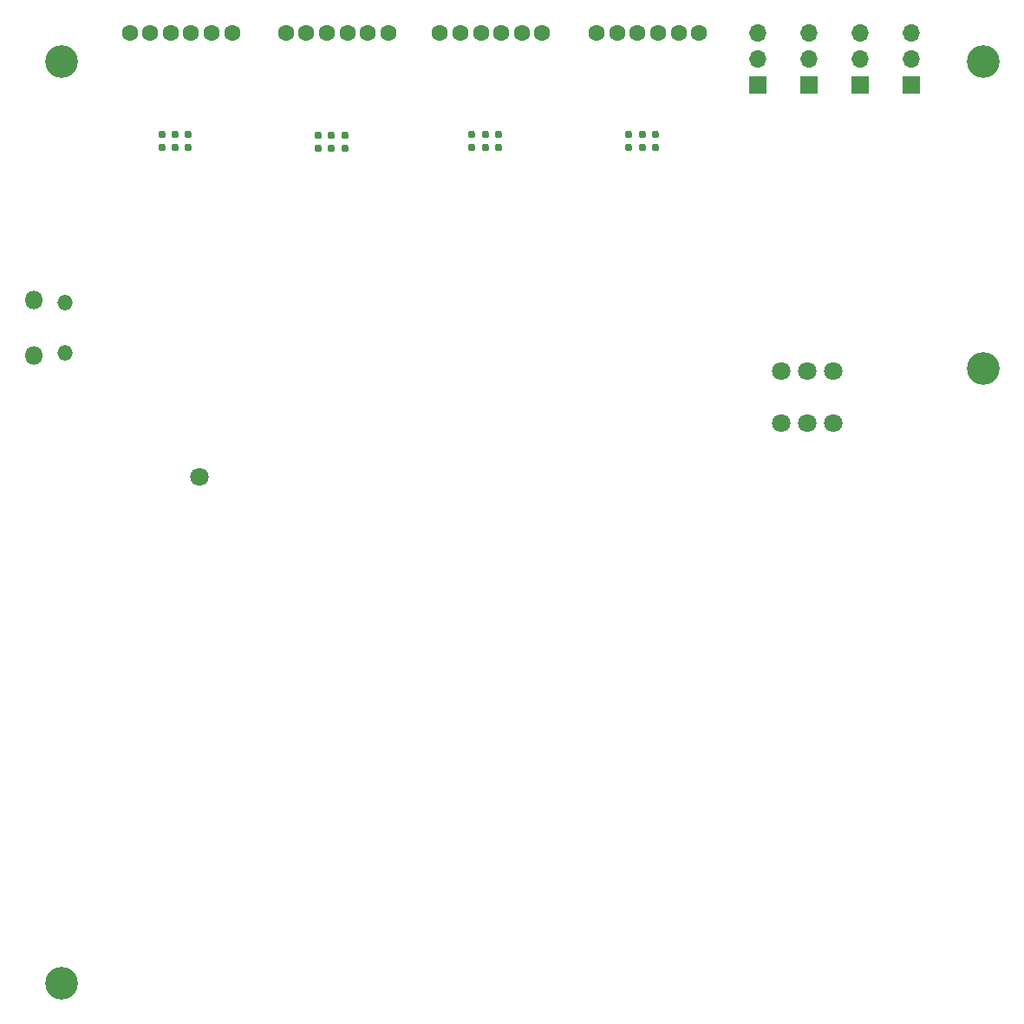
<source format=gbr>
%TF.GenerationSoftware,KiCad,Pcbnew,7.0.2-0*%
%TF.CreationDate,2024-06-06T04:37:27-07:00*%
%TF.ProjectId,version_1,76657273-696f-46e5-9f31-2e6b69636164,rev?*%
%TF.SameCoordinates,Original*%
%TF.FileFunction,Soldermask,Bot*%
%TF.FilePolarity,Negative*%
%FSLAX46Y46*%
G04 Gerber Fmt 4.6, Leading zero omitted, Abs format (unit mm)*
G04 Created by KiCad (PCBNEW 7.0.2-0) date 2024-06-06 04:37:27*
%MOMM*%
%LPD*%
G01*
G04 APERTURE LIST*
%ADD10R,1.700000X1.700000*%
%ADD11O,1.700000X1.700000*%
%ADD12C,1.600000*%
%ADD13C,0.770000*%
%ADD14C,3.200000*%
%ADD15O,1.800000X1.800000*%
%ADD16O,1.500000X1.500000*%
%ADD17C,1.800000*%
G04 APERTURE END LIST*
D10*
%TO.C,M8*%
X107950000Y-27305000D03*
D11*
X107950000Y-24765000D03*
X107950000Y-22225000D03*
%TD*%
D12*
%TO.C,CN3*%
X46902999Y-22225000D03*
X48902999Y-22225000D03*
X50902999Y-22225000D03*
X52902999Y-22225000D03*
X54902999Y-22225000D03*
X56902999Y-22225000D03*
%TD*%
D13*
%TO.C,U17*%
X34801000Y-33378973D03*
X36101000Y-33378973D03*
X37401000Y-33378973D03*
X34801000Y-32078973D03*
X36101000Y-32078973D03*
X37401000Y-32078973D03*
%TD*%
D12*
%TO.C,CN4*%
X31655000Y-22172973D03*
X33655000Y-22172973D03*
X35655000Y-22172973D03*
X37655000Y-22172973D03*
X39655000Y-22172973D03*
X41655000Y-22172973D03*
%TD*%
D13*
%TO.C,U16*%
X50049000Y-33502973D03*
X51349000Y-33502973D03*
X52649000Y-33502973D03*
X50049000Y-32202973D03*
X51349000Y-32202973D03*
X52649000Y-32202973D03*
%TD*%
%TO.C,U13*%
X80409000Y-33378973D03*
X81709000Y-33378973D03*
X83009000Y-33378973D03*
X80409000Y-32078973D03*
X81709000Y-32078973D03*
X83009000Y-32078973D03*
%TD*%
D14*
%TO.C,H2*%
X25000000Y-115000000D03*
%TD*%
D10*
%TO.C,M6*%
X98000000Y-27305000D03*
D11*
X98000000Y-24765000D03*
X98000000Y-22225000D03*
%TD*%
D10*
%TO.C,M5*%
X93000000Y-27305000D03*
D11*
X93000000Y-24765000D03*
X93000000Y-22225000D03*
%TD*%
D12*
%TO.C,CN2*%
X61942999Y-22188973D03*
X63942999Y-22188973D03*
X65942999Y-22188973D03*
X67942999Y-22188973D03*
X69942999Y-22188973D03*
X71942999Y-22188973D03*
%TD*%
D13*
%TO.C,U15*%
X65089000Y-33394973D03*
X66389000Y-33394973D03*
X67689000Y-33394973D03*
X65089000Y-32094973D03*
X66389000Y-32094973D03*
X67689000Y-32094973D03*
%TD*%
D15*
%TO.C,U1*%
X22275000Y-53725000D03*
D16*
X25305000Y-53425000D03*
X25305000Y-48575000D03*
D15*
X22275000Y-48275000D03*
%TD*%
D14*
%TO.C,H1*%
X115000000Y-25000000D03*
%TD*%
D10*
%TO.C,M7*%
X103000000Y-27305000D03*
D11*
X103000000Y-24765000D03*
X103000000Y-22225000D03*
%TD*%
D17*
%TO.C,U7*%
X95249995Y-55244995D03*
X97790000Y-55244995D03*
X100330005Y-55244995D03*
X95249995Y-60325005D03*
X97790000Y-60325005D03*
X100330005Y-60325005D03*
%TD*%
%TO.C,U6*%
X38499860Y-65589987D03*
%TD*%
D12*
%TO.C,CN1*%
X77262999Y-22172973D03*
X79262999Y-22172973D03*
X81262999Y-22172973D03*
X83262999Y-22172973D03*
X85262999Y-22172973D03*
X87262999Y-22172973D03*
%TD*%
D14*
%TO.C,H4*%
X25000000Y-25000000D03*
%TD*%
%TO.C,H3*%
X115000000Y-55000000D03*
%TD*%
M02*

</source>
